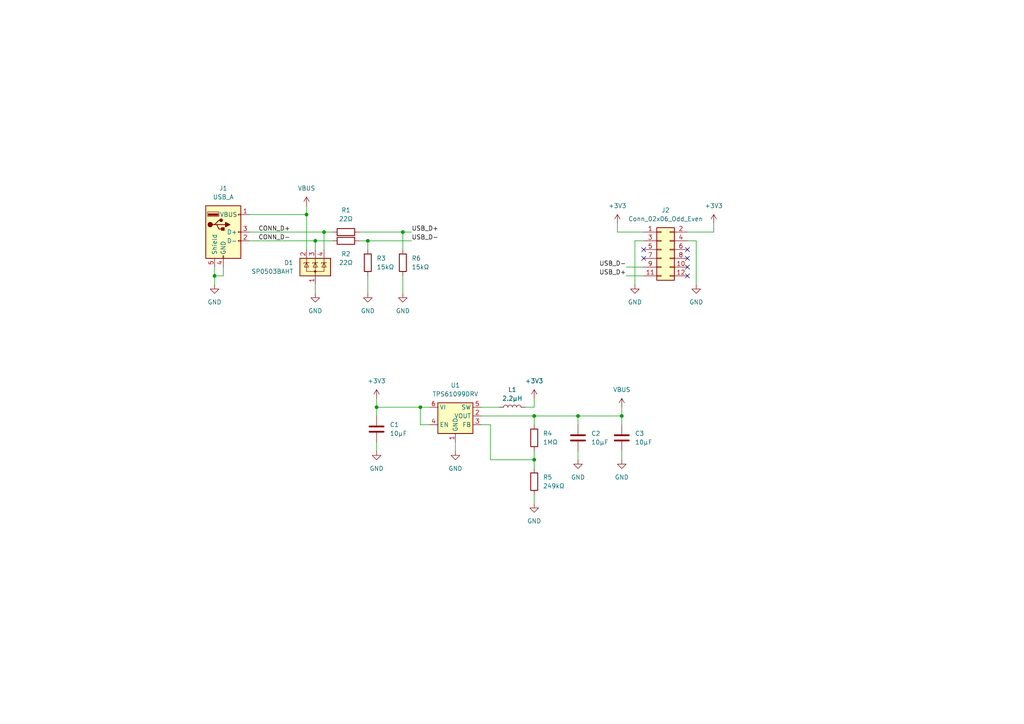
<source format=kicad_sch>
(kicad_sch (version 20231120) (generator "eeschema") (generator_version "8.0")
  (paper "A4")
  (title_block (title "USB Pmod (Host)") (date "2024-03-07") (rev "v1.0") (company "Spark Engineering"))
  (lib_symbols
    (symbol "Connector:USB_A" (pin_names (offset 1.016))
      (property "Reference" "J" (at -5.08 11.43 0))
      (property "Value" "USB_A" (at -5.08 8.89 0))
      (symbol "USB_A_0_1"
        (rectangle (start -5.08 -7.62) (end 5.08 7.62) (stroke (width 0.254)) (fill (type background)))
        (circle (center -3.81 2.159) (radius 0.635) (stroke (width 0.254)) (fill (type outline)))
        (rectangle (start -1.524 4.826) (end -4.318 5.334) (fill (type outline)))
        (rectangle (start -1.27 4.572) (end -4.572 5.842))
        (circle (center -0.635 3.429) (radius 0.381) (stroke (width 0.254)) (fill (type outline)))
        (rectangle (start -0.127 -7.62) (end 0.127 -6.858))
        (polyline (pts (xy -3.175 2.159) (xy -2.54 2.159) (xy -1.27 3.429) (xy -0.635 3.429)) (stroke (width 0.254)))
        (polyline (pts (xy -2.54 2.159) (xy -1.905 2.159) (xy -1.27 0.889) (xy 0 0.889)) (stroke (width 0.254)))
        (polyline (pts (xy 0.635 2.794) (xy 0.635 1.524) (xy 1.905 2.159) (xy 0.635 2.794)) (stroke (width 0.254)) (fill (type outline)))
        (rectangle (start 0.254 1.27) (end -0.508 0.508) (stroke (width 0.254)) (fill (type outline)))
        (rectangle (start 5.08 -2.667) (end 4.318 -2.413))
        (rectangle (start 5.08 -0.127) (end 4.318 0.127))
        (rectangle (start 5.08 4.953) (end 4.318 5.207))
      )
      (symbol "USB_A_1_1"
        (polyline (pts (xy -1.905 2.159) (xy 0.635 2.159)) (stroke (width 0.254)))
        (pin power_in line (at 7.62 5.08 180) (length 2.54) (name "VBUS") (number "1"))
        (pin bidirectional line (at 7.62 -2.54 180) (length 2.54) (name "D-") (number "2"))
        (pin bidirectional line (at 7.62 0 180) (length 2.54) (name "D+") (number "3"))
        (pin power_in line (at 0 -10.16 90) (length 2.54) (name "GND") (number "4"))
        (pin passive line (at -2.54 -10.16 90) (length 2.54) (name "Shield") (number "5"))
      )
    )
    (symbol "Connector_Generic:Conn_02x06_Odd_Even" (pin_names (offset 1.016) hide)
      (property "Reference" "J" (at 1.27 7.62 0))
      (property "Value" "Conn_02x06_Odd_Even" (at 1.27 -10.16 0))
      (symbol "Conn_02x06_Odd_Even_1_1"
        (rectangle (start -1.27 -7.493) (end 0 -7.747) (stroke (width 0.1524)))
        (rectangle (start -1.27 -4.953) (end 0 -5.207) (stroke (width 0.1524)))
        (rectangle (start -1.27 -2.413) (end 0 -2.667) (stroke (width 0.1524)))
        (rectangle (start -1.27 0.127) (end 0 -0.127) (stroke (width 0.1524)))
        (rectangle (start -1.27 2.667) (end 0 2.413) (stroke (width 0.1524)))
        (rectangle (start -1.27 5.207) (end 0 4.953) (stroke (width 0.1524)))
        (rectangle (start -1.27 6.35) (end 3.81 -8.89) (stroke (width 0.254)) (fill (type background)))
        (rectangle (start 3.81 -7.493) (end 2.54 -7.747) (stroke (width 0.1524)))
        (rectangle (start 3.81 -4.953) (end 2.54 -5.207) (stroke (width 0.1524)))
        (rectangle (start 3.81 -2.413) (end 2.54 -2.667) (stroke (width 0.1524)))
        (rectangle (start 3.81 0.127) (end 2.54 -0.127) (stroke (width 0.1524)))
        (rectangle (start 3.81 2.667) (end 2.54 2.413) (stroke (width 0.1524)))
        (rectangle (start 3.81 5.207) (end 2.54 4.953) (stroke (width 0.1524)))
        (pin passive line (at -5.08 5.08 0) (length 3.81) (name "Pin_1") (number "1"))
        (pin passive line (at 7.62 -5.08 180) (length 3.81) (name "Pin_10") (number "10"))
        (pin passive line (at -5.08 -7.62 0) (length 3.81) (name "Pin_11") (number "11"))
        (pin passive line (at 7.62 -7.62 180) (length 3.81) (name "Pin_12") (number "12"))
        (pin passive line (at 7.62 5.08 180) (length 3.81) (name "Pin_2") (number "2"))
        (pin passive line (at -5.08 2.54 0) (length 3.81) (name "Pin_3") (number "3"))
        (pin passive line (at 7.62 2.54 180) (length 3.81) (name "Pin_4") (number "4"))
        (pin passive line (at -5.08 0 0) (length 3.81) (name "Pin_5") (number "5"))
        (pin passive line (at 7.62 0 180) (length 3.81) (name "Pin_6") (number "6"))
        (pin passive line (at -5.08 -2.54 0) (length 3.81) (name "Pin_7") (number "7"))
        (pin passive line (at 7.62 -2.54 180) (length 3.81) (name "Pin_8") (number "8"))
        (pin passive line (at -5.08 -5.08 0) (length 3.81) (name "Pin_9") (number "9"))
      )
    )
    (symbol "Device:C" (pin_numbers hide) (pin_names (offset 0.254))
      (property "Reference" "C" (at 0.635 2.54 0))
      (property "Value" "C" (at 0.635 -2.54 0))
      (symbol "C_0_1"
        (polyline (pts (xy -2.032 -0.762) (xy 2.032 -0.762)) (stroke (width 0.508)))
        (polyline (pts (xy -2.032 0.762) (xy 2.032 0.762)) (stroke (width 0.508)))
      )
      (symbol "C_1_1"
        (pin passive line (at 0 3.81 270) (length 2.794) (name "~") (number "1"))
        (pin passive line (at 0 -3.81 90) (length 2.794) (name "~") (number "2"))
      )
    )
    (symbol "Device:L" (pin_numbers hide) (pin_names (offset 1.016) hide)
      (property "Reference" "L" (at -1.27 0 90))
      (property "Value" "L" (at 1.905 0 90))
      (symbol "L_0_1"
        (arc (start 0 -2.54) (mid 0.6323 -1.905) (end 0 -1.27))
        (arc (start 0 -1.27) (mid 0.6323 -0.635) (end 0 0))
        (arc (start 0 0) (mid 0.6323 0.635) (end 0 1.27))
        (arc (start 0 1.27) (mid 0.6323 1.905) (end 0 2.54))
      )
      (symbol "L_1_1"
        (pin passive line (at 0 3.81 270) (length 1.27) (name "1") (number "1"))
        (pin passive line (at 0 -3.81 90) (length 1.27) (name "2") (number "2"))
      )
    )
    (symbol "Device:R" (pin_numbers hide) (pin_names (offset 0))
      (property "Reference" "R" (at 2.032 0 90))
      (property "Value" "R" (at 0 0 90))
      (symbol "R_0_1"
        (rectangle (start -1.016 -2.54) (end 1.016 2.54) (stroke (width 0.254)))
      )
      (symbol "R_1_1"
        (pin passive line (at 0 3.81 270) (length 1.27) (name "~") (number "1"))
        (pin passive line (at 0 -3.81 90) (length 1.27) (name "~") (number "2"))
      )
    )
    (symbol "GND_1" (power) (pin_numbers hide) (pin_names (offset 0) hide)
      (property "Value" "GND" (at 0 -3.81 0))
      (symbol "GND_1_0_1"
        (polyline (pts (xy 0 0) (xy 0 -1.27) (xy 1.27 -1.27) (xy 0 -2.54) (xy -1.27 -1.27) (xy 0 -1.27)))
      )
      (symbol "GND_1_1_1"
        (pin power_in line (at 0 0 270) (length 0) (name "~") (number "1"))
      )
    )
    (symbol "Power_Protection:SP0503BAHT" (pin_names hide)
      (property "Reference" "D" (at 5.715 2.54 0))
      (property "Value" "SP0503BAHT" (at 5.715 0.635 0))
      (symbol "SP0503BAHT_0_0"
        (pin passive line (at 0 -5.08 90) (length 2.54) (name "A") (number "1"))
      )
      (symbol "SP0503BAHT_0_1"
        (rectangle (start -4.445 2.54) (end 4.445 -2.54) (stroke (width 0.254)) (fill (type background)))
        (circle (center 0 -1.27) (radius 0.254) (fill (type outline)))
        (polyline (pts (xy -2.54 2.54) (xy -2.54 1.27)))
        (polyline (pts (xy 0 -1.27) (xy 0 -2.54)))
        (polyline (pts (xy 0 -1.27) (xy 0 1.27)))
        (polyline (pts (xy 0 2.54) (xy 0 1.27)))
        (polyline (pts (xy 0.635 1.27) (xy 0.762 1.27)))
        (polyline (pts (xy 2.54 2.54) (xy 2.54 1.27)))
        (polyline (pts (xy 0.635 1.27) (xy -0.762 1.27) (xy -0.762 1.016)))
        (polyline (pts (xy -3.302 1.016) (xy -3.302 1.27) (xy -1.905 1.27) (xy -1.778 1.27)))
        (polyline (pts (xy -2.54 1.27) (xy -2.54 -1.27) (xy 2.54 -1.27) (xy 2.54 1.27)))
        (polyline (pts (xy -2.54 1.27) (xy -1.905 0) (xy -3.175 0) (xy -2.54 1.27)))
        (polyline (pts (xy 0.635 0) (xy -0.635 0) (xy 0 1.27) (xy 0.635 0)))
        (polyline (pts (xy 1.778 1.016) (xy 1.778 1.27) (xy 3.175 1.27) (xy 3.302 1.27)))
        (polyline (pts (xy 2.54 1.27) (xy 1.905 0) (xy 3.175 0) (xy 2.54 1.27)))
      )
      (symbol "SP0503BAHT_1_1"
        (pin passive line (at -2.54 5.08 270) (length 2.54) (name "K") (number "2"))
        (pin passive line (at 0 5.08 270) (length 2.54) (name "K") (number "3"))
        (pin passive line (at 2.54 5.08 270) (length 2.54) (name "K") (number "4"))
      )
    )
    (symbol "Regulator_Switching:TPS61099DRV"
      (property "Reference" "U" (at -5.08 7.62 0))
      (property "Value" "TPS61099DRV" (at 0 7.62 0))
      (symbol "TPS61099DRV_0_1"
        (rectangle (start -5.08 6.35) (end 5.08 -2.54) (stroke (width 0.254)) (fill (type background)))
      )
      (symbol "TPS61099DRV_1_1"
        (pin power_in line (at 0 -5.08 90) (length 2.54) (name "GND") (number "1"))
        (pin power_out line (at 7.62 2.54 180) (length 2.54) (name "VOUT") (number "2"))
        (pin passive line (at 7.62 0 180) (length 2.54) (name "FB") (number "3"))
        (pin input line (at -7.62 0 0) (length 2.54) (name "EN") (number "4"))
        (pin power_in line (at 7.62 5.08 180) (length 2.54) (name "SW") (number "5"))
        (pin power_in line (at -7.62 5.08 0) (length 2.54) (name "VI") (number "6"))
        (pin passive line (at 0 -5.08 90) (length 2.54) hide (name "GND") (number "7"))
      )
    )
    (symbol "power:+3V3" (power) (pin_names (offset 0))
      (property "Value" "+3V3" (at 0 3.556 0))
      (symbol "+3V3_0_1"
        (polyline (pts (xy -0.762 1.27) (xy 0 2.54)))
        (polyline (pts (xy 0 0) (xy 0 2.54)))
        (polyline (pts (xy 0 2.54) (xy 0.762 1.27)))
      )
      (symbol "+3V3_1_1"
        (pin power_in line (at 0 0 90) (length 0) hide (name "+3V3") (number "1"))
      )
    )
    (symbol "power:GND" (power) (pin_names (offset 0))
      (property "Value" "GND" (at 0 -3.81 0))
      (symbol "GND_0_1"
        (polyline (pts (xy 0 0) (xy 0 -1.27) (xy 1.27 -1.27) (xy 0 -2.54) (xy -1.27 -1.27) (xy 0 -1.27)))
      )
      (symbol "GND_1_1"
        (pin power_in line (at 0 0 270) (length 0) hide (name "GND") (number "1"))
      )
    )
    (symbol "power:VBUS" (power) (pin_names (offset 0))
      (property "Value" "VBUS" (at 0 3.81 0))
      (symbol "VBUS_0_1"
        (polyline (pts (xy -0.762 1.27) (xy 0 2.54)))
        (polyline (pts (xy 0 0) (xy 0 2.54)))
        (polyline (pts (xy 0 2.54) (xy 0.762 1.27)))
      )
      (symbol "VBUS_1_1"
        (pin power_in line (at 0 0 90) (length 0) hide (name "VBUS") (number "1"))
      )
    )
  )
  (junction (at 180.34 120.65))
  (junction (at 154.94 120.65))
  (junction (at 91.44 69.85))
  (junction (at 93.98 67.31))
  (junction (at 121.92 118.11))
  (junction (at 167.64 120.65))
  (junction (at 116.84 67.31))
  (junction (at 88.9 62.23))
  (junction (at 109.22 118.11))
  (junction (at 106.68 69.85))
  (junction (at 154.94 133.35))
  (junction (at 62.23 80.01))
  (no_connect (at 186.69 74.93))
  (no_connect (at 199.39 80.01))
  (no_connect (at 199.39 77.47))
  (no_connect (at 199.39 74.93))
  (no_connect (at 186.69 72.39))
  (no_connect (at 199.39 72.39))
  (wire (pts (xy 106.68 80.01) (xy 106.68 85.09)))
  (wire (pts (xy 124.46 123.19) (xy 121.92 123.19)))
  (wire (pts (xy 91.44 69.85) (xy 91.44 72.39)))
  (wire (pts (xy 139.7 123.19) (xy 142.24 123.19)))
  (wire (pts (xy 181.61 77.47) (xy 186.69 77.47)))
  (wire (pts (xy 184.15 69.85) (xy 184.15 82.55)))
  (wire (pts (xy 106.68 69.85) (xy 119.38 69.85)))
  (wire (pts (xy 199.39 69.85) (xy 201.93 69.85)))
  (wire (pts (xy 154.94 115.57) (xy 154.94 118.11)))
  (wire (pts (xy 116.84 67.31) (xy 116.84 72.39)))
  (wire (pts (xy 91.44 82.55) (xy 91.44 85.09)))
  (wire (pts (xy 154.94 120.65) (xy 139.7 120.65)))
  (wire (pts (xy 201.93 69.85) (xy 201.93 82.55)))
  (wire (pts (xy 180.34 118.11) (xy 180.34 120.65)))
  (wire (pts (xy 179.07 67.31) (xy 186.69 67.31)))
  (wire (pts (xy 104.14 67.31) (xy 116.84 67.31)))
  (wire (pts (xy 91.44 69.85) (xy 96.52 69.85)))
  (wire (pts (xy 180.34 130.81) (xy 180.34 133.35)))
  (wire (pts (xy 62.23 80.01) (xy 62.23 82.55)))
  (wire (pts (xy 72.39 69.85) (xy 91.44 69.85)))
  (wire (pts (xy 88.9 62.23) (xy 88.9 72.39)))
  (wire (pts (xy 121.92 118.11) (xy 124.46 118.11)))
  (wire (pts (xy 186.69 69.85) (xy 184.15 69.85)))
  (wire (pts (xy 181.61 80.01) (xy 186.69 80.01)))
  (wire (pts (xy 154.94 130.81) (xy 154.94 133.35)))
  (wire (pts (xy 109.22 118.11) (xy 121.92 118.11)))
  (wire (pts (xy 116.84 67.31) (xy 119.38 67.31)))
  (wire (pts (xy 139.7 118.11) (xy 144.78 118.11)))
  (wire (pts (xy 104.14 69.85) (xy 106.68 69.85)))
  (wire (pts (xy 207.01 64.77) (xy 207.01 67.31)))
  (wire (pts (xy 109.22 128.27) (xy 109.22 130.81)))
  (wire (pts (xy 154.94 143.51) (xy 154.94 146.05)))
  (wire (pts (xy 72.39 62.23) (xy 88.9 62.23)))
  (wire (pts (xy 121.92 123.19) (xy 121.92 118.11)))
  (wire (pts (xy 64.77 80.01) (xy 64.77 77.47)))
  (wire (pts (xy 116.84 80.01) (xy 116.84 85.09)))
  (wire (pts (xy 93.98 67.31) (xy 93.98 72.39)))
  (wire (pts (xy 93.98 67.31) (xy 96.52 67.31)))
  (wire (pts (xy 179.07 64.77) (xy 179.07 67.31)))
  (wire (pts (xy 62.23 80.01) (xy 64.77 80.01)))
  (wire (pts (xy 109.22 115.57) (xy 109.22 118.11)))
  (wire (pts (xy 154.94 120.65) (xy 167.64 120.65)))
  (wire (pts (xy 142.24 133.35) (xy 154.94 133.35)))
  (wire (pts (xy 154.94 123.19) (xy 154.94 120.65)))
  (wire (pts (xy 88.9 59.69) (xy 88.9 62.23)))
  (wire (pts (xy 167.64 130.81) (xy 167.64 133.35)))
  (wire (pts (xy 167.64 120.65) (xy 167.64 123.19)))
  (wire (pts (xy 142.24 123.19) (xy 142.24 133.35)))
  (wire (pts (xy 199.39 67.31) (xy 207.01 67.31)))
  (wire (pts (xy 72.39 67.31) (xy 93.98 67.31)))
  (wire (pts (xy 62.23 77.47) (xy 62.23 80.01)))
  (wire (pts (xy 109.22 118.11) (xy 109.22 120.65)))
  (wire (pts (xy 180.34 123.19) (xy 180.34 120.65)))
  (wire (pts (xy 154.94 133.35) (xy 154.94 135.89)))
  (wire (pts (xy 167.64 120.65) (xy 180.34 120.65)))
  (wire (pts (xy 132.08 128.27) (xy 132.08 130.81)))
  (wire (pts (xy 106.68 69.85) (xy 106.68 72.39)))
  (wire (pts (xy 154.94 118.11) (xy 152.4 118.11)))
  (label "USB_D-" (at 181.61 77.47 180))
  (label "USB_D-" (at 119.38 69.85 0))
  (label "USB_D+" (at 181.61 80.01 180))
  (label "CONN_D+" (at 74.93 67.31 0))
  (label "USB_D+" (at 119.38 67.31 0))
  (label "CONN_D-" (at 74.93 69.85 0))
  (symbol (lib_id "power:GND") (at 167.64 133.35 0) (unit 1)
    (property "Reference" "#PWR09" (effects (hide yes)))
    (property "Value" "GND" (at 167.64 138.43 0))
  )
  (symbol (lib_id "power:GND") (at 154.94 146.05 0) (unit 1)
    (property "Reference" "#PWR08" (effects (hide yes)))
    (property "Value" "GND" (at 154.94 151.13 0))
  )
  (symbol (lib_id "Connector:USB_A") (at 64.77 67.31 0) (unit 1)
    (property "Reference" "J1" (at 64.77 54.61 0))
    (property "Value" "USB_A" (at 64.77 57.15 0))
    (property "Footprint" "host-usb-pmod:USB_A_TE_292303-7_Horizontal" (effects (hide yes)))
    (property "OC_Mouser" "571-292303-7" (effects (hide yes)))
    (property "MPN" "292303-7" (effects (hide yes)))
    (property "MFG" "TE Connectivity" (effects (hide yes)))
  )
  (symbol (lib_id "Connector_Generic:Conn_02x06_Odd_Even") (at 191.77 72.39 0) (unit 1)
    (property "Reference" "J2" (at 193.04 60.96 0))
    (property "Value" "Conn_02x06_Odd_Even" (at 193.04 63.5 0))
    (property "Footprint" "host-usb-pmod:PinHeader_2x06_P2.54mm_Horizontal" (effects (hide yes)))
    (property "OC_Mouser" "571-826634-6" (effects (hide yes)))
    (property "MPN" "826634-6" (effects (hide yes)))
    (property "MFG" "TE Connectivity" (effects (hide yes)))
  )
  (symbol (lib_id "Device:R") (at 106.68 76.2 0) (unit 1)
    (property "Reference" "R3" (at 109.22 74.9299 0) (effects (justify left)))
    (property "Value" "15kΩ" (at 109.22 77.4699 0) (effects (justify left)))
    (property "Footprint" "Resistor_SMD:R_0402_1005Metric" (effects (hide yes)))
    (property "OC_Mouser" "603-RC0402FR-0715KL" (effects (hide yes)))
    (property "OC_LCSC" "C114761" (effects (hide yes)))
    (property "MPN" "RC0402FR-0715KL" (effects (hide yes)))
    (property "MFG" "YAGEO" (effects (hide yes)))
  )
  (symbol (lib_id "Device:R") (at 100.33 67.31 90) (unit 1)
    (property "Reference" "R1" (at 100.33 60.96 90))
    (property "Value" "22Ω" (at 100.33 63.5 90))
    (property "Footprint" "Resistor_SMD:R_0402_1005Metric" (effects (hide yes)))
    (property "OC_Mouser" "603-RC0402FR-0722RL" (effects (hide yes)))
    (property "OC_LCSC" "C114765" (effects (hide yes)))
    (property "MPN" "RC0402FR-0722RL" (effects (hide yes)))
    (property "MFG" "YAGEO" (effects (hide yes)))
  )
  (symbol (lib_name "GND_1") (lib_id "power:GND") (at 106.68 85.09 0) (unit 1)
    (property "Reference" "#PWR016" (effects (hide yes)))
    (property "Value" "GND" (at 106.68 90.17 0))
    (property "Description" "Power symbol creates a global label with name \"GND\" , ground" (effects (hide yes)))
  )
  (symbol (lib_id "Regulator_Switching:TPS61099DRV") (at 132.08 123.19 0) (unit 1)
    (property "Reference" "U1" (at 132.08 111.76 0))
    (property "Value" "TPS61099DRV" (at 132.08 114.3 0))
    (property "Footprint" "Package_SON:WSON-6-1EP_2x2mm_P0.65mm_EP1x1.6mm" (effects (hide yes)))
    (property "OC_Mouser" "595-TPS61099DRVR" (effects (hide yes)))
    (property "OC_LCSC" "C2842395" (effects (hide yes)))
    (property "MPN" "TPS61099DRVR" (effects (hide yes)))
    (property "MFG" "Texas Instruments" (effects (hide yes)))
  )
  (symbol (lib_id "Device:R") (at 100.33 69.85 270) (unit 1)
    (property "Reference" "R2" (at 100.33 73.66 90))
    (property "Value" "22Ω" (at 100.33 76.2 90))
    (property "Footprint" "Resistor_SMD:R_0402_1005Metric" (effects (hide yes)))
    (property "OC_Mouser" "603-RC0402FR-0722RL" (effects (hide yes)))
    (property "OC_LCSC" "C114765" (effects (hide yes)))
    (property "MPN" "RC0402FR-0722RL" (effects (hide yes)))
    (property "MFG" "YAGEO" (effects (hide yes)))
  )
  (symbol (lib_id "power:VBUS") (at 88.9 59.69 0) (unit 1)
    (property "Reference" "#PWR02" (effects (hide yes)))
    (property "Value" "VBUS" (at 88.9 54.61 0))
  )
  (symbol (lib_id "power:+3V3") (at 109.22 115.57 0) (unit 1)
    (property "Reference" "#PWR04" (effects (hide yes)))
    (property "Value" "+3V3" (at 109.22 110.49 0))
  )
  (symbol (lib_id "power:GND") (at 132.08 130.81 0) (unit 1)
    (property "Reference" "#PWR06" (effects (hide yes)))
    (property "Value" "GND" (at 132.08 135.89 0))
  )
  (symbol (lib_id "power:+3V3") (at 207.01 64.77 0) (unit 1)
    (property "Reference" "#PWR015" (effects (hide yes)))
    (property "Value" "+3V3" (at 207.01 59.69 0))
  )
  (symbol (lib_id "power:GND") (at 62.23 82.55 0) (unit 1)
    (property "Reference" "#PWR01" (effects (hide yes)))
    (property "Value" "GND" (at 62.23 87.63 0))
  )
  (symbol (lib_id "Device:R") (at 154.94 127 0) (unit 1)
    (property "Reference" "R4" (at 157.48 125.73 0) (effects (justify left)))
    (property "Value" "1MΩ" (at 157.48 128.27 0) (effects (justify left)))
    (property "Footprint" "Resistor_SMD:R_0402_1005Metric" (effects (hide yes)))
    (property "OC_Mouser" "603-RC0402FR-071ML" (effects (hide yes)))
    (property "OC_LCSC" "C138033" (effects (hide yes)))
    (property "MPN" "RC0402FR-071ML" (effects (hide yes)))
    (property "MFG" "YAGEO" (effects (hide yes)))
  )
  (symbol (lib_id "power:GND") (at 201.93 82.55 0) (unit 1)
    (property "Reference" "#PWR014" (effects (hide yes)))
    (property "Value" "GND" (at 201.93 87.63 0))
  )
  (symbol (lib_id "power:VBUS") (at 180.34 118.11 0) (unit 1)
    (property "Reference" "#PWR011" (effects (hide yes)))
    (property "Value" "VBUS" (at 180.34 113.03 0))
  )
  (symbol (lib_id "power:GND") (at 109.22 130.81 0) (unit 1)
    (property "Reference" "#PWR05" (effects (hide yes)))
    (property "Value" "GND" (at 109.22 135.89 0))
  )
  (symbol (lib_id "power:+3V3") (at 179.07 64.77 0) (unit 1)
    (property "Reference" "#PWR010" (effects (hide yes)))
    (property "Value" "+3V3" (at 179.07 59.69 0))
  )
  (symbol (lib_id "Device:C") (at 109.22 124.46 0) (unit 1)
    (property "Reference" "C1" (at 113.03 123.19 0) (effects (justify left)))
    (property "Value" "10µF" (at 113.03 125.73 0) (effects (justify left)))
    (property "Footprint" "Capacitor_SMD:C_0603_1608Metric" (effects (hide yes)))
    (property "OC_Mouser" "81-GRM188Z71A106KA3D" (effects (hide yes)))
    (property "OC_LCSC" "C2959727" (effects (hide yes)))
    (property "MPN" "GRM188Z71A106KA73D" (effects (hide yes)))
    (property "MFG" "Murata Electronics" (effects (hide yes)))
  )
  (symbol (lib_id "power:GND") (at 180.34 133.35 0) (unit 1)
    (property "Reference" "#PWR012" (effects (hide yes)))
    (property "Value" "GND" (at 180.34 138.43 0))
  )
  (symbol (lib_id "Device:L") (at 148.59 118.11 90) (unit 1)
    (property "Reference" "L1" (at 148.59 113.03 90))
    (property "Value" "2.2µH" (at 148.59 115.57 90))
    (property "Footprint" "Inductor_SMD_Wurth:L_Wurth_WE-LQSH-2512" (effects (hide yes)))
    (property "OC_Mouser" "710-74404024022" (effects (hide yes)))
    (property "MPN" "74404024022" (effects (hide yes)))
    (property "MFG" "Wurth Elektronik" (effects (hide yes)))
  )
  (symbol (lib_id "Device:C") (at 167.64 127 0) (unit 1)
    (property "Reference" "C2" (at 171.45 125.73 0) (effects (justify left)))
    (property "Value" "10µF" (at 171.45 128.27 0) (effects (justify left)))
    (property "Footprint" "Capacitor_SMD:C_0603_1608Metric" (effects (hide yes)))
    (property "OC_Mouser" "81-GRM188Z71A106KA3D" (effects (hide yes)))
    (property "OC_LCSC" "C2959727" (effects (hide yes)))
    (property "MPN" "GRM188Z71A106KA73D" (effects (hide yes)))
    (property "MFG" "Murata Electronics" (effects (hide yes)))
  )
  (symbol (lib_id "Device:R") (at 116.84 76.2 0) (unit 1)
    (property "Reference" "R6" (at 119.38 74.9299 0) (effects (justify left)))
    (property "Value" "15kΩ" (at 119.38 77.4699 0) (effects (justify left)))
    (property "Footprint" "Resistor_SMD:R_0402_1005Metric" (effects (hide yes)))
    (property "OC_Mouser" "603-RC0402FR-0715KL" (effects (hide yes)))
    (property "OC_LCSC" "C114761" (effects (hide yes)))
    (property "MPN" "RC0402FR-0715KL" (effects (hide yes)))
    (property "MFG" "YAGEO" (effects (hide yes)))
  )
  (symbol (lib_id "power:GND") (at 184.15 82.55 0) (unit 1)
    (property "Reference" "#PWR013" (effects (hide yes)))
    (property "Value" "GND" (at 184.15 87.63 0))
  )
  (symbol (lib_id "Device:R") (at 154.94 139.7 0) (unit 1)
    (property "Reference" "R5" (at 157.48 138.43 0) (effects (justify left)))
    (property "Value" "249kΩ" (at 157.48 140.97 0) (effects (justify left)))
    (property "Footprint" "Resistor_SMD:R_0402_1005Metric" (effects (hide yes)))
    (property "OC_Mouser" "603-RC0402FR-07249KL" (effects (hide yes)))
    (property "OC_LCSC" "C163476" (effects (hide yes)))
    (property "MPN" "RC0402FR-07249KL" (effects (hide yes)))
    (property "MFG" "YAGEO" (effects (hide yes)))
  )
  (symbol (lib_name "GND_1") (lib_id "power:GND") (at 116.84 85.09 0) (unit 1)
    (property "Reference" "#PWR017" (effects (hide yes)))
    (property "Value" "GND" (at 116.84 90.17 0))
    (property "Description" "Power symbol creates a global label with name \"GND\" , ground" (effects (hide yes)))
  )
  (symbol (lib_id "power:GND") (at 91.44 85.09 0) (unit 1)
    (property "Reference" "#PWR03" (effects (hide yes)))
    (property "Value" "GND" (at 91.44 90.17 0))
  )
  (symbol (lib_id "Device:C") (at 180.34 127 0) (unit 1)
    (property "Reference" "C3" (at 184.15 125.73 0) (effects (justify left)))
    (property "Value" "10µF" (at 184.15 128.27 0) (effects (justify left)))
    (property "Footprint" "Capacitor_SMD:C_0603_1608Metric" (effects (hide yes)))
    (property "OC_Mouser" "81-GRM188Z71A106KA3D" (effects (hide yes)))
    (property "OC_LCSC" "C2959727" (effects (hide yes)))
    (property "MPN" "GRM188Z71A106KA73D" (effects (hide yes)))
    (property "MFG" "Murata Electronics" (effects (hide yes)))
  )
  (symbol (lib_id "Power_Protection:SP0503BAHT") (at 91.44 77.47 0) (unit 1)
    (property "Reference" "D1" (at 85.09 76.1999 0) (effects (justify right)))
    (property "Value" "SP0503BAHT" (at 85.09 78.7399 0) (effects (justify right)))
    (property "Footprint" "Package_TO_SOT_SMD:SOT-143" (effects (hide yes)))
    (property "OC_Mouser" "576-SP0503BAHTG" (effects (hide yes)))
    (property "OC_LCSC" "C7074" (effects (hide yes)))
    (property "MPN" "SP0503BAHTG" (effects (hide yes)))
    (property "MFG" "Littelfuse" (effects (hide yes)))
  )
  (symbol (lib_id "power:+3V3") (at 154.94 115.57 0) (unit 1)
    (property "Reference" "#PWR07" (effects (hide yes)))
    (property "Value" "+3V3" (at 154.94 110.49 0))
  )
)
</source>
